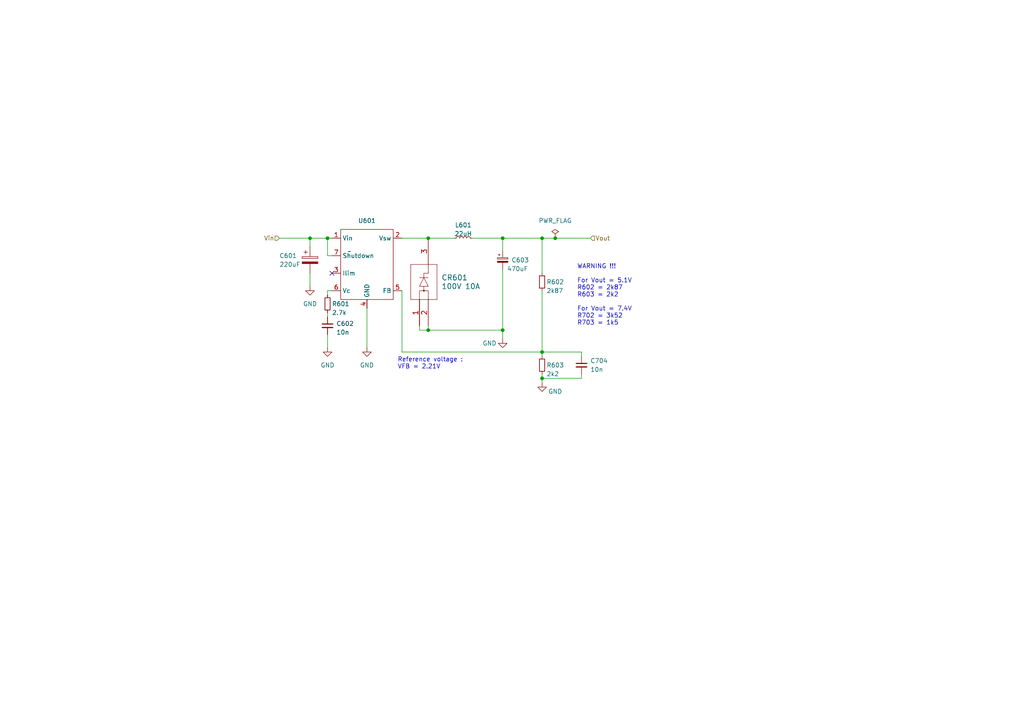
<source format=kicad_sch>
(kicad_sch (version 20230121) (generator eeschema)
  (paper "A4")
  (lib_symbols
    (symbol "Device:C_Polarized" (pin_numbers hide) (pin_names (offset 0.254))
      (property "Reference" "C" (at 0.635 2.54 0))
      (property "Value" "C_Polarized" (at 0.635 -2.54 0))
      (symbol "C_Polarized_0_1"
        (rectangle (start -2.286 0.508) (end 2.286 1.016))
        (polyline (pts (xy -1.778 2.286) (xy -0.762 2.286)))
        (polyline (pts (xy -1.27 2.794) (xy -1.27 1.778)))
        (rectangle (start 2.286 -0.508) (end -2.286 -1.016) (fill (type outline)))
      )
      (symbol "C_Polarized_1_1"
        (pin passive line (at 0 3.81 270) (length 2.794) (name "~") (number "1"))
        (pin passive line (at 0 -3.81 90) (length 2.794) (name "~") (number "2"))
      )
    )
    (symbol "Device:C_Polarized_Small" (pin_numbers hide) (pin_names (offset 0.254) hide)
      (property "Reference" "C" (at 0.254 1.778 0))
      (property "Value" "C_Polarized_Small" (at 0.254 -2.032 0))
      (symbol "C_Polarized_Small_0_1"
        (rectangle (start -1.524 -0.3048) (end 1.524 -0.6858) (fill (type outline)))
        (rectangle (start -1.524 0.6858) (end 1.524 0.3048))
        (polyline (pts (xy -1.27 1.524) (xy -0.762 1.524)))
        (polyline (pts (xy -1.016 1.27) (xy -1.016 1.778)))
      )
      (symbol "C_Polarized_Small_1_1"
        (pin passive line (at 0 2.54 270) (length 1.8542) (name "~") (number "1"))
        (pin passive line (at 0 -2.54 90) (length 1.8542) (name "~") (number "2"))
      )
    )
    (symbol "Device:C_Small" (pin_numbers hide) (pin_names (offset 0.254) hide)
      (property "Reference" "C" (at 0.254 1.778 0))
      (property "Value" "C_Small" (at 0.254 -2.032 0))
      (symbol "C_Small_0_1"
        (polyline (pts (xy -1.524 -0.508) (xy 1.524 -0.508)) (stroke (width 0.3302)))
        (polyline (pts (xy -1.524 0.508) (xy 1.524 0.508)) (stroke (width 0.3048)))
      )
      (symbol "C_Small_1_1"
        (pin passive line (at 0 2.54 270) (length 2.032) (name "~") (number "1"))
        (pin passive line (at 0 -2.54 90) (length 2.032) (name "~") (number "2"))
      )
    )
    (symbol "Device:L_Small" (pin_numbers hide) (pin_names (offset 0.254) hide)
      (property "Reference" "L" (at 0.762 1.016 0))
      (property "Value" "L_Small" (at 0.762 -1.016 0))
      (symbol "L_Small_0_1"
        (arc (start 0 -2.032) (mid 0.5058 -1.524) (end 0 -1.016))
        (arc (start 0 -1.016) (mid 0.5058 -0.508) (end 0 0))
        (arc (start 0 0) (mid 0.5058 0.508) (end 0 1.016))
        (arc (start 0 1.016) (mid 0.5058 1.524) (end 0 2.032))
      )
      (symbol "L_Small_1_1"
        (pin passive line (at 0 2.54 270) (length 0.508) (name "~") (number "1"))
        (pin passive line (at 0 -2.54 90) (length 0.508) (name "~") (number "2"))
      )
    )
    (symbol "Device:R_Small" (pin_numbers hide) (pin_names (offset 0.254) hide)
      (property "Reference" "R" (at 0.762 0.508 0))
      (property "Value" "R_Small" (at 0.762 -1.016 0))
      (symbol "R_Small_0_1"
        (rectangle (start -0.762 1.778) (end 0.762 -1.778) (stroke (width 0.2032)))
      )
      (symbol "R_Small_1_1"
        (pin passive line (at 0 2.54 270) (length 0.762) (name "~") (number "1"))
        (pin passive line (at 0 -2.54 90) (length 0.762) (name "~") (number "2"))
      )
    )
    (symbol "LT1076_1"
      (property "Reference" "U" (at -6.35 10.16 0))
      (symbol "LT1076_1_0_1"
        (rectangle (start -7.62 8.89) (end 7.62 -11.43))
      )
      (symbol "LT1076_1_1_1"
        (pin power_in line (at -10.16 6.35 0) (length 2.54) (name "Vin") (number "1"))
        (pin output line (at 10.16 6.35 180) (length 2.54) (name "Vsw") (number "2"))
        (pin input line (at -10.16 -3.81 0) (length 2.54) (name "Ilim") (number "3"))
        (pin power_in line (at 0 -13.97 90) (length 2.54) (name "GND") (number "4"))
        (pin input line (at 10.16 -8.89 180) (length 2.54) (name "FB") (number "5"))
        (pin input line (at -10.16 -8.89 0) (length 2.54) (name "Vc") (number "6"))
        (pin input line (at -10.16 1.27 0) (length 2.54) (name "Shutdown") (number "7"))
      )
    )
    (symbol "custom:DST10100S" (pin_names (offset 0.254) hide)
      (property "Reference" "CR" (at 12.7 7.62 0))
      (property "Value" "DST10100S" (at 12.7 5.08 0))
      (symbol "DST10100S_1_1"
        (polyline (pts (xy 7.62 -5.08) (xy 17.78 -5.08)) (stroke (width 0.127)))
        (polyline (pts (xy 7.62 0) (xy 10.16 0)) (stroke (width 0.127)))
        (polyline (pts (xy 7.62 2.54) (xy 7.62 -5.08)) (stroke (width 0.127)))
        (polyline (pts (xy 10.16 -2.54) (xy 7.62 -2.54)) (stroke (width 0.127)))
        (polyline (pts (xy 10.16 -1.27) (xy 11.43 -1.27)) (stroke (width 0.127)))
        (polyline (pts (xy 10.16 0) (xy 10.16 -2.54)) (stroke (width 0.127)))
        (polyline (pts (xy 11.43 -2.54) (xy 13.97 -1.27)) (stroke (width 0.127)))
        (polyline (pts (xy 11.43 0) (xy 11.43 -2.54)) (stroke (width 0.127)))
        (polyline (pts (xy 13.97 -1.27) (xy 11.43 0)) (stroke (width 0.127)))
        (polyline (pts (xy 13.97 -1.27) (xy 15.24 -1.27)) (stroke (width 0.127)))
        (polyline (pts (xy 13.97 0) (xy 13.97 -2.54)) (stroke (width 0.127)))
        (polyline (pts (xy 15.24 -2.54) (xy 17.78 -2.54)) (stroke (width 0.127)))
        (polyline (pts (xy 15.24 -1.27) (xy 15.24 -2.54)) (stroke (width 0.127)))
        (polyline (pts (xy 17.78 -5.08) (xy 17.78 2.54)) (stroke (width 0.127)))
        (polyline (pts (xy 17.78 2.54) (xy 7.62 2.54)) (stroke (width 0.127)))
        (arc (start 10.16 -1.397) (mid 10.16 -1.397) (end 10.16 -1.397) (stroke (width 0.254)))
        (circle (center 10.16 -1.27) (radius 0.127) (stroke (width 0.254)))
        (pin unspecified line (at 0 0 0) (length 7.62) (name "1") (number "1"))
        (pin unspecified line (at 0 -2.54 0) (length 7.62) (name "2") (number "2"))
        (pin unspecified line (at 25.4 -2.54 180) (length 7.62) (name "3") (number "3"))
      )
    )
    (symbol "power:GND" (power) (pin_names (offset 0))
      (property "Value" "GND" (at 0 -3.81 0))
      (symbol "GND_0_1"
        (polyline (pts (xy 0 0) (xy 0 -1.27) (xy 1.27 -1.27) (xy 0 -2.54) (xy -1.27 -1.27) (xy 0 -1.27)))
      )
      (symbol "GND_1_1"
        (pin power_in line (at 0 0 270) (length 0) hide (name "GND") (number "1"))
      )
    )
    (symbol "power:PWR_FLAG" (power) (pin_numbers hide) (pin_names (offset 0) hide)
      (property "Value" "PWR_FLAG" (at 0 3.81 0))
      (symbol "PWR_FLAG_0_0"
        (pin power_out line (at 0 0 90) (length 0) (name "pwr") (number "1"))
      )
      (symbol "PWR_FLAG_0_1"
        (polyline (pts (xy 0 0) (xy 0 1.27) (xy -1.016 1.905) (xy 0 2.54) (xy 1.016 1.905) (xy 0 1.27)))
      )
    )
  )
  (junction (at 161.036 69.088))
  (junction (at 157.226 109.728))
  (junction (at 94.996 69.088))
  (junction (at 124.206 95.758))
  (junction (at 124.206 69.088))
  (junction (at 157.226 69.088))
  (junction (at 145.796 95.758))
  (junction (at 157.226 102.108))
  (junction (at 145.796 69.088))
  (junction (at 89.916 69.088))
  (no_connect (at 96.266 79.248))
  (wire (pts (xy 124.206 95.758) (xy 124.206 94.488)))
  (wire (pts (xy 168.656 103.378) (xy 168.656 102.108)))
  (wire (pts (xy 145.796 72.898) (xy 145.796 69.088)))
  (wire (pts (xy 157.226 110.998) (xy 157.226 109.728)))
  (wire (pts (xy 89.916 79.248) (xy 89.916 83.058)))
  (wire (pts (xy 94.996 85.598) (xy 94.996 84.328)))
  (wire (pts (xy 94.996 84.328) (xy 96.266 84.328)))
  (wire (pts (xy 161.036 69.088) (xy 171.196 69.088)))
  (wire (pts (xy 157.226 102.108) (xy 157.226 103.378)))
  (wire (pts (xy 157.226 109.728) (xy 168.656 109.728)))
  (wire (pts (xy 89.916 69.088) (xy 94.996 69.088)))
  (wire (pts (xy 94.996 69.088) (xy 96.266 69.088)))
  (wire (pts (xy 94.996 97.028) (xy 94.996 100.838)))
  (wire (pts (xy 145.796 69.088) (xy 157.226 69.088)))
  (wire (pts (xy 94.996 74.168) (xy 96.266 74.168)))
  (wire (pts (xy 168.656 108.458) (xy 168.656 109.728)))
  (wire (pts (xy 106.426 89.408) (xy 106.426 100.838)))
  (wire (pts (xy 116.586 84.328) (xy 116.586 102.108)))
  (wire (pts (xy 136.906 69.088) (xy 145.796 69.088)))
  (wire (pts (xy 116.586 69.088) (xy 124.206 69.088)))
  (wire (pts (xy 81.026 69.088) (xy 89.916 69.088)))
  (wire (pts (xy 89.916 69.088) (xy 89.916 71.628)))
  (wire (pts (xy 145.796 77.978) (xy 145.796 95.758)))
  (wire (pts (xy 124.206 95.758) (xy 145.796 95.758)))
  (wire (pts (xy 121.666 94.488) (xy 121.666 95.758)))
  (wire (pts (xy 145.796 95.758) (xy 145.796 98.298)))
  (wire (pts (xy 157.226 84.328) (xy 157.226 102.108)))
  (wire (pts (xy 124.206 69.088) (xy 131.826 69.088)))
  (wire (pts (xy 157.226 69.088) (xy 157.226 79.248)))
  (wire (pts (xy 157.226 102.108) (xy 168.656 102.108)))
  (wire (pts (xy 116.586 102.108) (xy 157.226 102.108)))
  (wire (pts (xy 121.666 95.758) (xy 124.206 95.758)))
  (wire (pts (xy 94.996 90.678) (xy 94.996 91.948)))
  (wire (pts (xy 157.226 108.458) (xy 157.226 109.728)))
  (wire (pts (xy 94.996 69.088) (xy 94.996 74.168)))
  (wire (pts (xy 157.226 69.088) (xy 161.036 69.088)))
  (text "Reference voltage :\nVFB = 2.21V" (at 115.316 107.188 0) (effects (font (size 1.27 1.27)) (justify left bottom)))
  (text "WARNING !!!\n\nFor Vout = 5.1V\nR602 = 2k87\nR603 = 2k2\n\nFor Vout = 7.4V\nR702 = 3k52\nR703 = 1k5" (at 167.386 94.488 0) (effects (font (size 1.27 1.27)) (justify left bottom)))
  (hierarchical_label "Vin" (shape input) (at 81.026 69.088 180))
  (hierarchical_label "Vout" (shape input) (at 171.196 69.088 0))
  (symbol (lib_id "Device:R_Small") (at 94.996 88.138 0) (unit 1)
    (property "Reference" "R601" (at 96.266 88.138 0) (effects (justify left)))
    (property "Value" "2.7k" (at 96.266 90.678 0) (effects (justify left)))
    (property "Footprint" "Resistor_SMD:R_0603_1608Metric_Pad0.98x0.95mm_HandSolder" (effects hide))
    (instances (project "puissance" (path "" (reference "R601") (unit 1)) (path "" (reference "R701") (unit 1))) (project "puissanceok" (path "" (reference "R1") (unit 1)) (path "" (reference "R4") (unit 1))) (project "LT1076" (path "" (reference "R601") (unit 1))))
  )
  (symbol (lib_id "custom:DST10100S") (at 121.666 94.488 90) (unit 1)
    (property "Reference" "CR601" (at 128.016 80.518 90) (effects (font (size 1.524 1.524)) (justify right)))
    (property "Value" "100V 10A" (at 128.016 83.058 90) (effects (font (size 1.524 1.524)) (justify right)))
    (property "Datasheet" "https://www.mouser.fr/datasheet/2/240/media-3323546.pdf" (effects hide))
    (property "MPN" "DST10100S" (effects hide))
    (instances (project "puissance" (path "" (reference "CR601") (unit 1)) (path "" (reference "CR701") (unit 1))) (project "puissanceok" (path "" (reference "CR1") (unit 1)) (path "" (reference "CR2") (unit 1))) (project "LT1076" (path "" (reference "CR601") (unit 1))))
  )
  (symbol (lib_id "power:GND") (at 89.916 83.058 0) (unit 1)
    (property "Reference" "#PWR0601" (effects hide))
    (property "Value" "GND" (at 89.916 88.138 0))
    (instances (project "puissance" (path "" (reference "#PWR0601") (unit 1)) (path "" (reference "#PWR0701") (unit 1))) (project "puissanceok" (path "" (reference "#PWR01") (unit 1)) (path "" (reference "#PWR06") (unit 1))) (project "LT1076" (path "" (reference "#PWR0601") (unit 1))))
  )
  (symbol (lib_id "power:PWR_FLAG") (at 161.036 69.088 0) (unit 1)
    (property "Reference" "#FLG0601" (effects hide))
    (property "Value" "PWR_FLAG" (at 161.036 64.008 0))
    (instances (project "puissance" (path "" (reference "#FLG0601") (unit 1)) (path "" (reference "#FLG0701") (unit 1))) (project "puissanceok" (path "" (reference "#FLG01") (unit 1)) (path "" (reference "#FLG02") (unit 1))) (project "LT1076" (path "" (reference "#FLG0601") (unit 1))))
  )
  (symbol (lib_id "power:GND") (at 145.796 98.298 0) (unit 1)
    (property "Reference" "#PWR0604" (effects hide))
    (property "Value" "GND" (at 141.986 99.568 0))
    (instances (project "puissance" (path "" (reference "#PWR0604") (unit 1)) (path "" (reference "#PWR0704") (unit 1))) (project "puissanceok" (path "" (reference "#PWR04") (unit 1)) (path "" (reference "#PWR09") (unit 1))) (project "LT1076" (path "" (reference "#PWR0604") (unit 1))))
  )
  (symbol (lib_id "Device:C_Polarized_Small") (at 145.796 75.438 0) (unit 1)
    (property "Reference" "C603" (at 148.336 75.438 0) (effects (justify left)))
    (property "Value" "470uF" (at 147.066 77.978 0) (effects (justify left)))
    (property "Footprint" "Capacitor_SMD:CP_Elec_10x10.5" (effects hide))
    (property "MFR" "865060457009" (effects hide))
    (instances (project "puissance" (path "" (reference "C603") (unit 1)) (path "" (reference "C703") (unit 1))) (project "puissanceok" (path "" (reference "C3") (unit 1)) (path "" (reference "C7") (unit 1))) (project "LT1076" (path "" (reference "C603") (unit 1))))
  )
  (symbol (lib_id "Device:C_Small") (at 168.656 105.918 0) (unit 1)
    (property "Reference" "C704" (at 171.196 104.6543 0) (effects (justify left)))
    (property "Value" "10n" (at 171.196 107.1943 0) (effects (justify left)))
    (instances (project "puissance" (path "" (reference "C704") (unit 1)) (path "" (reference "C604") (unit 1))) (project "puissanceok" (path "" (reference "C4") (unit 1)) (path "" (reference "C8") (unit 1))) (project "LT1076" (path "" (reference "C704") (unit 1))))
  )
  (symbol (lib_id "Device:R_Small") (at 157.226 105.918 0) (unit 1)
    (property "Reference" "R603" (at 158.496 105.918 0) (effects (justify left)))
    (property "Value" "2k2" (at 158.496 108.458 0) (effects (justify left)))
    (property "Footprint" "Resistor_SMD:R_0603_1608Metric_Pad0.98x0.95mm_HandSolder" (effects hide))
    (instances (project "puissance" (path "" (reference "R603") (unit 1)) (path "" (reference "R703") (unit 1))) (project "puissanceok" (path "" (reference "R3") (unit 1)) (path "" (reference "R6") (unit 1))) (project "LT1076" (path "" (reference "R603") (unit 1))))
  )
  (symbol (lib_id "power:GND") (at 94.996 100.838 0) (unit 1)
    (property "Reference" "#PWR0602" (effects hide))
    (property "Value" "GND" (at 94.996 105.918 0))
    (instances (project "puissance" (path "" (reference "#PWR0602") (unit 1)) (path "" (reference "#PWR0702") (unit 1))) (project "puissanceok" (path "" (reference "#PWR02") (unit 1)) (path "" (reference "#PWR07") (unit 1))) (project "LT1076" (path "" (reference "#PWR0602") (unit 1))))
  )
  (symbol (lib_id "Device:C_Polarized") (at 89.916 75.438 0) (unit 1)
    (property "Reference" "C601" (at 81.026 74.168 0) (effects (justify left)))
    (property "Value" "220uF" (at 81.026 76.708 0) (effects (justify left)))
    (property "Footprint" "Capacitor_SMD:C_0603_1608Metric_Pad1.08x0.95mm_HandSolder" (effects hide))
    (instances (project "puissance" (path "" (reference "C601") (unit 1)) (path "" (reference "C701") (unit 1))) (project "puissanceok" (path "" (reference "C1") (unit 1)) (path "" (reference "C5") (unit 1))) (project "LT1076" (path "" (reference "C601") (unit 1))))
  )
  (symbol (lib_id "power:GND") (at 157.226 110.998 0) (unit 1)
    (property "Reference" "#PWR0605" (effects hide))
    (property "Value" "GND" (at 161.036 113.538 0))
    (instances (project "puissance" (path "" (reference "#PWR0605") (unit 1)) (path "" (reference "#PWR0705") (unit 1))) (project "puissanceok" (path "" (reference "#PWR05") (unit 1)) (path "" (reference "#PWR010") (unit 1))) (project "LT1076" (path "" (reference "#PWR0605") (unit 1))))
  )
  (symbol (lib_name "LT1076_1") (lib_id "custom:LT1076") (at 106.426 75.438 0) (unit 1)
    (property "Reference" "U601" (at 106.426 64.008 0))
    (property "Value" "~" (at 101.346 72.898 0))
    (instances (project "puissance" (path "" (reference "U601") (unit 1)) (path "" (reference "U701") (unit 1))) (project "puissanceok" (path "" (reference "U1") (unit 1)) (path "" (reference "U2") (unit 1))) (project "LT1076" (path "" (reference "U601") (unit 1))))
  )
  (symbol (lib_id "Device:L_Small") (at 134.366 69.088 90) (unit 1)
    (property "Reference" "L601" (at 134.366 65.278 90))
    (property "Value" "22uH" (at 134.366 67.818 90))
    (property "Footprint" "Inductor_SMD:L_Wuerth_WE-PD-Typ-LS_Handsoldering" (effects hide))
    (property "MFR" "7447709220" (effects hide))
    (instances (project "puissance" (path "" (reference "L601") (unit 1)) (path "" (reference "L701") (unit 1))) (project "puissanceok" (path "" (reference "L1") (unit 1)) (path "" (reference "L2") (unit 1))) (project "LT1076" (path "" (reference "L601") (unit 1))))
  )
  (symbol (lib_id "power:GND") (at 106.426 100.838 0) (unit 1)
    (property "Reference" "#PWR0603" (effects hide))
    (property "Value" "GND" (at 106.426 105.918 0))
    (instances (project "puissance" (path "" (reference "#PWR0603") (unit 1)) (path "" (reference "#PWR0703") (unit 1))) (project "puissanceok" (path "" (reference "#PWR03") (unit 1)) (path "" (reference "#PWR08") (unit 1))) (project "LT1076" (path "" (reference "#PWR0603") (unit 1))))
  )
  (symbol (lib_id "Device:R_Small") (at 157.226 81.788 0) (unit 1)
    (property "Reference" "R602" (at 158.496 81.788 0) (effects (justify left)))
    (property "Value" "2k87" (at 158.496 84.328 0) (effects (justify left)))
    (property "Footprint" "Resistor_SMD:R_0603_1608Metric_Pad0.98x0.95mm_HandSolder" (effects hide))
    (instances (project "puissance" (path "" (reference "R602") (unit 1)) (path "" (reference "R702") (unit 1))) (project "puissanceok" (path "" (reference "R2") (unit 1)) (path "" (reference "R5") (unit 1))) (project "LT1076" (path "" (reference "R602") (unit 1))))
  )
  (symbol (lib_id "Device:C_Small") (at 94.996 94.488 0) (unit 1)
    (property "Reference" "C602" (at 97.536 93.8593 0) (effects (justify left)))
    (property "Value" "10n" (at 97.536 96.3993 0) (effects (justify left)))
    (property "Footprint" "Capacitor_SMD:C_0603_1608Metric_Pad1.08x0.95mm_HandSolder" (effects hide))
    (instances (project "puissance" (path "" (reference "C602") (unit 1)) (path "" (reference "C702") (unit 1))) (project "puissanceok" (path "" (reference "C2") (unit 1)) (path "" (reference "C6") (unit 1))) (project "LT1076" (path "" (reference "C602") (unit 1))))
  )
)
</source>
